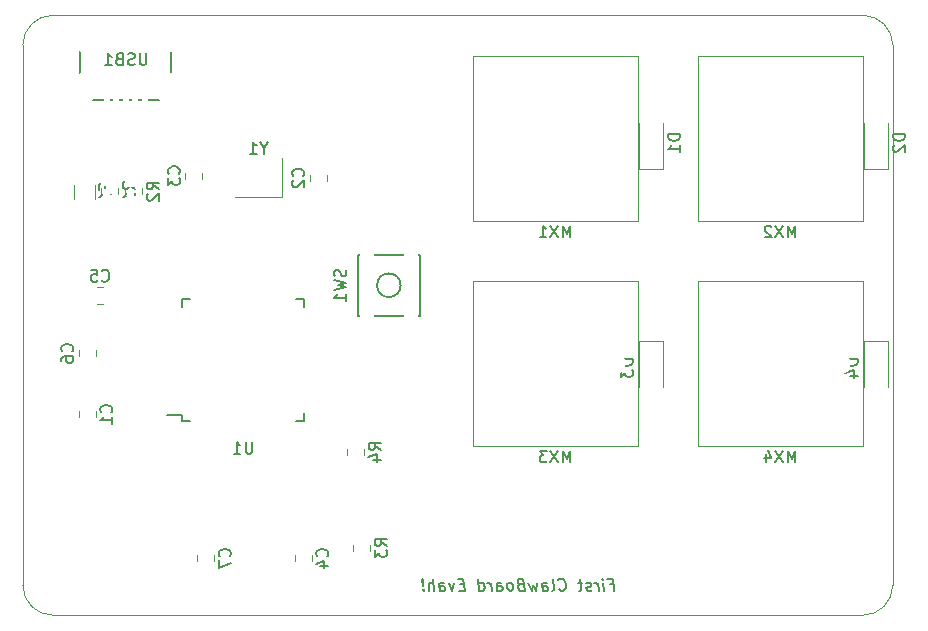
<source format=gbo>
G04 #@! TF.GenerationSoftware,KiCad,Pcbnew,(5.1.5)-3*
G04 #@! TF.CreationDate,2020-04-03T11:19:55-04:00*
G04 #@! TF.ProjectId,Claw10 PCB,436c6177-3130-4205-9043-422e6b696361,rev?*
G04 #@! TF.SameCoordinates,Original*
G04 #@! TF.FileFunction,Legend,Bot*
G04 #@! TF.FilePolarity,Positive*
%FSLAX46Y46*%
G04 Gerber Fmt 4.6, Leading zero omitted, Abs format (unit mm)*
G04 Created by KiCad (PCBNEW (5.1.5)-3) date 2020-04-03 11:19:55*
%MOMM*%
%LPD*%
G04 APERTURE LIST*
%ADD10C,0.150000*%
%ADD11C,0.120000*%
%ADD12O,1.802000X2.802000*%
%ADD13R,0.602000X2.352000*%
%ADD14R,0.652000X1.602000*%
%ADD15R,1.602000X0.652000*%
%ADD16R,1.502000X1.302000*%
%ADD17R,1.202000X1.902000*%
%ADD18C,0.100000*%
%ADD19C,1.802000*%
%ADD20C,4.102000*%
%ADD21C,2.302000*%
%ADD22R,1.302000X1.002000*%
G04 APERTURE END LIST*
D10*
X87782604Y-65968571D02*
X88115937Y-65968571D01*
X88181413Y-66492380D02*
X88056413Y-65492380D01*
X87580223Y-65492380D01*
X87324270Y-66492380D02*
X87240937Y-65825714D01*
X87199270Y-65492380D02*
X87252842Y-65540000D01*
X87211175Y-65587619D01*
X87157604Y-65540000D01*
X87199270Y-65492380D01*
X87211175Y-65587619D01*
X86848080Y-66492380D02*
X86764747Y-65825714D01*
X86788556Y-66016190D02*
X86729032Y-65920952D01*
X86675461Y-65873333D01*
X86574270Y-65825714D01*
X86479032Y-65825714D01*
X86270699Y-66444761D02*
X86181413Y-66492380D01*
X85990937Y-66492380D01*
X85889747Y-66444761D01*
X85830223Y-66349523D01*
X85824270Y-66301904D01*
X85859985Y-66206666D01*
X85949270Y-66159047D01*
X86092127Y-66159047D01*
X86181413Y-66111428D01*
X86217127Y-66016190D01*
X86211175Y-65968571D01*
X86151651Y-65873333D01*
X86050461Y-65825714D01*
X85907604Y-65825714D01*
X85818318Y-65873333D01*
X85479032Y-65825714D02*
X85098080Y-65825714D01*
X85294508Y-65492380D02*
X85401651Y-66349523D01*
X85365937Y-66444761D01*
X85276651Y-66492380D01*
X85181413Y-66492380D01*
X83502842Y-66397142D02*
X83556413Y-66444761D01*
X83705223Y-66492380D01*
X83800461Y-66492380D01*
X83937366Y-66444761D01*
X84020699Y-66349523D01*
X84056413Y-66254285D01*
X84080223Y-66063809D01*
X84062366Y-65920952D01*
X83990937Y-65730476D01*
X83931413Y-65635238D01*
X83824270Y-65540000D01*
X83675461Y-65492380D01*
X83580223Y-65492380D01*
X83443318Y-65540000D01*
X83401651Y-65587619D01*
X82943318Y-66492380D02*
X83032604Y-66444761D01*
X83068318Y-66349523D01*
X82961175Y-65492380D01*
X82133794Y-66492380D02*
X82068318Y-65968571D01*
X82104032Y-65873333D01*
X82193318Y-65825714D01*
X82383794Y-65825714D01*
X82484985Y-65873333D01*
X82127842Y-66444761D02*
X82229032Y-66492380D01*
X82467127Y-66492380D01*
X82556413Y-66444761D01*
X82592127Y-66349523D01*
X82580223Y-66254285D01*
X82520699Y-66159047D01*
X82419508Y-66111428D01*
X82181413Y-66111428D01*
X82080223Y-66063809D01*
X81669508Y-65825714D02*
X81562366Y-66492380D01*
X81312366Y-66016190D01*
X81181413Y-66492380D01*
X80907604Y-65825714D01*
X80211175Y-65968571D02*
X80074270Y-66016190D01*
X80032604Y-66063809D01*
X79996889Y-66159047D01*
X80014747Y-66301904D01*
X80074270Y-66397142D01*
X80127842Y-66444761D01*
X80229032Y-66492380D01*
X80609985Y-66492380D01*
X80484985Y-65492380D01*
X80151651Y-65492380D01*
X80062366Y-65540000D01*
X80020699Y-65587619D01*
X79984985Y-65682857D01*
X79996889Y-65778095D01*
X80056413Y-65873333D01*
X80109985Y-65920952D01*
X80211175Y-65968571D01*
X80544508Y-65968571D01*
X79467127Y-66492380D02*
X79556413Y-66444761D01*
X79598080Y-66397142D01*
X79633794Y-66301904D01*
X79598080Y-66016190D01*
X79538556Y-65920952D01*
X79484985Y-65873333D01*
X79383794Y-65825714D01*
X79240937Y-65825714D01*
X79151651Y-65873333D01*
X79109985Y-65920952D01*
X79074270Y-66016190D01*
X79109985Y-66301904D01*
X79169508Y-66397142D01*
X79223080Y-66444761D01*
X79324270Y-66492380D01*
X79467127Y-66492380D01*
X78276651Y-66492380D02*
X78211175Y-65968571D01*
X78246889Y-65873333D01*
X78336175Y-65825714D01*
X78526651Y-65825714D01*
X78627842Y-65873333D01*
X78270699Y-66444761D02*
X78371889Y-66492380D01*
X78609985Y-66492380D01*
X78699270Y-66444761D01*
X78734985Y-66349523D01*
X78723080Y-66254285D01*
X78663556Y-66159047D01*
X78562366Y-66111428D01*
X78324270Y-66111428D01*
X78223080Y-66063809D01*
X77800461Y-66492380D02*
X77717127Y-65825714D01*
X77740937Y-66016190D02*
X77681413Y-65920952D01*
X77627842Y-65873333D01*
X77526651Y-65825714D01*
X77431413Y-65825714D01*
X76752842Y-66492380D02*
X76627842Y-65492380D01*
X76746889Y-66444761D02*
X76848080Y-66492380D01*
X77038556Y-66492380D01*
X77127842Y-66444761D01*
X77169508Y-66397142D01*
X77205223Y-66301904D01*
X77169508Y-66016190D01*
X77109985Y-65920952D01*
X77056413Y-65873333D01*
X76955223Y-65825714D01*
X76764747Y-65825714D01*
X76675461Y-65873333D01*
X75449270Y-65968571D02*
X75115937Y-65968571D01*
X75038556Y-66492380D02*
X75514747Y-66492380D01*
X75389747Y-65492380D01*
X74913556Y-65492380D01*
X74621889Y-65825714D02*
X74467127Y-66492380D01*
X74145699Y-65825714D01*
X73419508Y-66492380D02*
X73354032Y-65968571D01*
X73389747Y-65873333D01*
X73479032Y-65825714D01*
X73669508Y-65825714D01*
X73770699Y-65873333D01*
X73413556Y-66444761D02*
X73514747Y-66492380D01*
X73752842Y-66492380D01*
X73842127Y-66444761D01*
X73877842Y-66349523D01*
X73865937Y-66254285D01*
X73806413Y-66159047D01*
X73705223Y-66111428D01*
X73467127Y-66111428D01*
X73365937Y-66063809D01*
X72943318Y-66492380D02*
X72818318Y-65492380D01*
X72514747Y-66492380D02*
X72449270Y-65968571D01*
X72484985Y-65873333D01*
X72574270Y-65825714D01*
X72717127Y-65825714D01*
X72818318Y-65873333D01*
X72871889Y-65920952D01*
X72026651Y-66397142D02*
X71984985Y-66444761D01*
X72038556Y-66492380D01*
X72080223Y-66444761D01*
X72026651Y-66397142D01*
X72038556Y-66492380D01*
X71990937Y-66111428D02*
X71967127Y-65540000D01*
X71913556Y-65492380D01*
X71871889Y-65540000D01*
X71990937Y-66111428D01*
X71913556Y-65492380D01*
D11*
X109220000Y-17780000D02*
G75*
G02X111760000Y-20320000I0J-2540000D01*
G01*
X111760000Y-66040000D02*
G75*
G02X109220000Y-68580000I-2540000J0D01*
G01*
X111760000Y-20320000D02*
X111760000Y-66040000D01*
X40640000Y-17780000D02*
X109220000Y-17780000D01*
X38100000Y-20320000D02*
G75*
G02X40640000Y-17780000I2540000J0D01*
G01*
X40640000Y-68580000D02*
X109220000Y-68580000D01*
X40640000Y-68580000D02*
G75*
G02X38100000Y-66040000I0J2540000D01*
G01*
X38100000Y-20320000D02*
X38100000Y-66040000D01*
D10*
X42975000Y-19503000D02*
X42975000Y-24953000D01*
X50675000Y-19503000D02*
X50675000Y-24953000D01*
X42975000Y-24953000D02*
X50675000Y-24953000D01*
X51594000Y-51590000D02*
X50319000Y-51590000D01*
X61944000Y-52165000D02*
X61269000Y-52165000D01*
X61944000Y-41815000D02*
X61269000Y-41815000D01*
X51594000Y-41815000D02*
X52269000Y-41815000D01*
X51594000Y-52165000D02*
X52269000Y-52165000D01*
X51594000Y-41815000D02*
X51594000Y-42490000D01*
X61944000Y-41815000D02*
X61944000Y-42490000D01*
X61944000Y-52165000D02*
X61944000Y-51490000D01*
X51594000Y-52165000D02*
X51594000Y-51590000D01*
D11*
X60039000Y-33146000D02*
X56039000Y-33146000D01*
X60039000Y-29846000D02*
X60039000Y-33146000D01*
D10*
X71688000Y-43240000D02*
X71688000Y-38040000D01*
X71688000Y-38040000D02*
X66488000Y-38040000D01*
X66488000Y-38040000D02*
X66488000Y-43240000D01*
X66488000Y-43240000D02*
X71688000Y-43240000D01*
X70088000Y-40640000D02*
G75*
G03X70088000Y-40640000I-1000000J0D01*
G01*
D11*
X65584000Y-54995578D02*
X65584000Y-54478422D01*
X67004000Y-54995578D02*
X67004000Y-54478422D01*
X66092000Y-63123578D02*
X66092000Y-62606422D01*
X67512000Y-63123578D02*
X67512000Y-62606422D01*
X46788000Y-32946078D02*
X46788000Y-32428922D01*
X48208000Y-32946078D02*
X48208000Y-32428922D01*
X44756000Y-32897578D02*
X44756000Y-32380422D01*
X46176000Y-32897578D02*
X46176000Y-32380422D01*
X95250000Y-40322500D02*
X95250000Y-54292500D01*
X109220000Y-40322500D02*
X95250000Y-40322500D01*
X109220000Y-54292500D02*
X109220000Y-40322500D01*
X95250000Y-54292500D02*
X109220000Y-54292500D01*
X76200000Y-40322500D02*
X76200000Y-54292500D01*
X90170000Y-40322500D02*
X76200000Y-40322500D01*
X90170000Y-54292500D02*
X90170000Y-40322500D01*
X76200000Y-54292500D02*
X90170000Y-54292500D01*
X95250000Y-21272500D02*
X95250000Y-35242500D01*
X109220000Y-21272500D02*
X95250000Y-21272500D01*
X109220000Y-35242500D02*
X109220000Y-21272500D01*
X95250000Y-35242500D02*
X109220000Y-35242500D01*
X76200000Y-21272500D02*
X76200000Y-35242500D01*
X90170000Y-21272500D02*
X76200000Y-21272500D01*
X90170000Y-35242500D02*
X90170000Y-21272500D01*
X76200000Y-35242500D02*
X90170000Y-35242500D01*
X42397000Y-33365064D02*
X42397000Y-32160936D01*
X44217000Y-33365064D02*
X44217000Y-32160936D01*
X109331250Y-45375000D02*
X109331250Y-49275000D01*
X111331250Y-45375000D02*
X111331250Y-49275000D01*
X109331250Y-45375000D02*
X111331250Y-45375000D01*
X90281250Y-45375000D02*
X90281250Y-49275000D01*
X92281250Y-45375000D02*
X92281250Y-49275000D01*
X90281250Y-45375000D02*
X92281250Y-45375000D01*
X111331250Y-30825000D02*
X111331250Y-26925000D01*
X109331250Y-30825000D02*
X109331250Y-26925000D01*
X111331250Y-30825000D02*
X109331250Y-30825000D01*
X92281250Y-30825000D02*
X92281250Y-26925000D01*
X90281250Y-30825000D02*
X90281250Y-26925000D01*
X92281250Y-30825000D02*
X90281250Y-30825000D01*
X52884000Y-64012578D02*
X52884000Y-63495422D01*
X54304000Y-64012578D02*
X54304000Y-63495422D01*
X44271000Y-46144922D02*
X44271000Y-46662078D01*
X42851000Y-46144922D02*
X42851000Y-46662078D01*
X44884078Y-42239000D02*
X44366922Y-42239000D01*
X44884078Y-40819000D02*
X44366922Y-40819000D01*
X61139000Y-64012578D02*
X61139000Y-63495422D01*
X62559000Y-64012578D02*
X62559000Y-63495422D01*
X53288000Y-31110422D02*
X53288000Y-31627578D01*
X51868000Y-31110422D02*
X51868000Y-31627578D01*
X63829000Y-31285922D02*
X63829000Y-31803078D01*
X62409000Y-31285922D02*
X62409000Y-31803078D01*
X42851000Y-51820578D02*
X42851000Y-51303422D01*
X44271000Y-51820578D02*
X44271000Y-51303422D01*
D10*
X48563095Y-20987380D02*
X48563095Y-21796904D01*
X48515476Y-21892142D01*
X48467857Y-21939761D01*
X48372619Y-21987380D01*
X48182142Y-21987380D01*
X48086904Y-21939761D01*
X48039285Y-21892142D01*
X47991666Y-21796904D01*
X47991666Y-20987380D01*
X47563095Y-21939761D02*
X47420238Y-21987380D01*
X47182142Y-21987380D01*
X47086904Y-21939761D01*
X47039285Y-21892142D01*
X46991666Y-21796904D01*
X46991666Y-21701666D01*
X47039285Y-21606428D01*
X47086904Y-21558809D01*
X47182142Y-21511190D01*
X47372619Y-21463571D01*
X47467857Y-21415952D01*
X47515476Y-21368333D01*
X47563095Y-21273095D01*
X47563095Y-21177857D01*
X47515476Y-21082619D01*
X47467857Y-21035000D01*
X47372619Y-20987380D01*
X47134523Y-20987380D01*
X46991666Y-21035000D01*
X46229761Y-21463571D02*
X46086904Y-21511190D01*
X46039285Y-21558809D01*
X45991666Y-21654047D01*
X45991666Y-21796904D01*
X46039285Y-21892142D01*
X46086904Y-21939761D01*
X46182142Y-21987380D01*
X46563095Y-21987380D01*
X46563095Y-20987380D01*
X46229761Y-20987380D01*
X46134523Y-21035000D01*
X46086904Y-21082619D01*
X46039285Y-21177857D01*
X46039285Y-21273095D01*
X46086904Y-21368333D01*
X46134523Y-21415952D01*
X46229761Y-21463571D01*
X46563095Y-21463571D01*
X45039285Y-21987380D02*
X45610714Y-21987380D01*
X45325000Y-21987380D02*
X45325000Y-20987380D01*
X45420238Y-21130238D01*
X45515476Y-21225476D01*
X45610714Y-21273095D01*
X57530904Y-53892380D02*
X57530904Y-54701904D01*
X57483285Y-54797142D01*
X57435666Y-54844761D01*
X57340428Y-54892380D01*
X57149952Y-54892380D01*
X57054714Y-54844761D01*
X57007095Y-54797142D01*
X56959476Y-54701904D01*
X56959476Y-53892380D01*
X55959476Y-54892380D02*
X56530904Y-54892380D01*
X56245190Y-54892380D02*
X56245190Y-53892380D01*
X56340428Y-54035238D01*
X56435666Y-54130476D01*
X56530904Y-54178095D01*
X58515190Y-29022190D02*
X58515190Y-29498380D01*
X58848523Y-28498380D02*
X58515190Y-29022190D01*
X58181857Y-28498380D01*
X57324714Y-29498380D02*
X57896142Y-29498380D01*
X57610428Y-29498380D02*
X57610428Y-28498380D01*
X57705666Y-28641238D01*
X57800904Y-28736476D01*
X57896142Y-28784095D01*
X65428761Y-39306666D02*
X65476380Y-39449523D01*
X65476380Y-39687619D01*
X65428761Y-39782857D01*
X65381142Y-39830476D01*
X65285904Y-39878095D01*
X65190666Y-39878095D01*
X65095428Y-39830476D01*
X65047809Y-39782857D01*
X65000190Y-39687619D01*
X64952571Y-39497142D01*
X64904952Y-39401904D01*
X64857333Y-39354285D01*
X64762095Y-39306666D01*
X64666857Y-39306666D01*
X64571619Y-39354285D01*
X64524000Y-39401904D01*
X64476380Y-39497142D01*
X64476380Y-39735238D01*
X64524000Y-39878095D01*
X64476380Y-40211428D02*
X65476380Y-40449523D01*
X64762095Y-40640000D01*
X65476380Y-40830476D01*
X64476380Y-41068571D01*
X65476380Y-41973333D02*
X65476380Y-41401904D01*
X65476380Y-41687619D02*
X64476380Y-41687619D01*
X64619238Y-41592380D01*
X64714476Y-41497142D01*
X64762095Y-41401904D01*
X68396380Y-54570333D02*
X67920190Y-54237000D01*
X68396380Y-53998904D02*
X67396380Y-53998904D01*
X67396380Y-54379857D01*
X67444000Y-54475095D01*
X67491619Y-54522714D01*
X67586857Y-54570333D01*
X67729714Y-54570333D01*
X67824952Y-54522714D01*
X67872571Y-54475095D01*
X67920190Y-54379857D01*
X67920190Y-53998904D01*
X67729714Y-55427476D02*
X68396380Y-55427476D01*
X67348761Y-55189380D02*
X68063047Y-54951285D01*
X68063047Y-55570333D01*
X68904380Y-62698333D02*
X68428190Y-62365000D01*
X68904380Y-62126904D02*
X67904380Y-62126904D01*
X67904380Y-62507857D01*
X67952000Y-62603095D01*
X67999619Y-62650714D01*
X68094857Y-62698333D01*
X68237714Y-62698333D01*
X68332952Y-62650714D01*
X68380571Y-62603095D01*
X68428190Y-62507857D01*
X68428190Y-62126904D01*
X67904380Y-63031666D02*
X67904380Y-63650714D01*
X68285333Y-63317380D01*
X68285333Y-63460238D01*
X68332952Y-63555476D01*
X68380571Y-63603095D01*
X68475809Y-63650714D01*
X68713904Y-63650714D01*
X68809142Y-63603095D01*
X68856761Y-63555476D01*
X68904380Y-63460238D01*
X68904380Y-63174523D01*
X68856761Y-63079285D01*
X68809142Y-63031666D01*
X49600380Y-32520833D02*
X49124190Y-32187500D01*
X49600380Y-31949404D02*
X48600380Y-31949404D01*
X48600380Y-32330357D01*
X48648000Y-32425595D01*
X48695619Y-32473214D01*
X48790857Y-32520833D01*
X48933714Y-32520833D01*
X49028952Y-32473214D01*
X49076571Y-32425595D01*
X49124190Y-32330357D01*
X49124190Y-31949404D01*
X48695619Y-32901785D02*
X48648000Y-32949404D01*
X48600380Y-33044642D01*
X48600380Y-33282738D01*
X48648000Y-33377976D01*
X48695619Y-33425595D01*
X48790857Y-33473214D01*
X48886095Y-33473214D01*
X49028952Y-33425595D01*
X49600380Y-32854166D01*
X49600380Y-33473214D01*
X47568380Y-32472333D02*
X47092190Y-32139000D01*
X47568380Y-31900904D02*
X46568380Y-31900904D01*
X46568380Y-32281857D01*
X46616000Y-32377095D01*
X46663619Y-32424714D01*
X46758857Y-32472333D01*
X46901714Y-32472333D01*
X46996952Y-32424714D01*
X47044571Y-32377095D01*
X47092190Y-32281857D01*
X47092190Y-31900904D01*
X47568380Y-33424714D02*
X47568380Y-32853285D01*
X47568380Y-33139000D02*
X46568380Y-33139000D01*
X46711238Y-33043761D01*
X46806476Y-32948523D01*
X46854095Y-32853285D01*
X103520714Y-55633880D02*
X103520714Y-54633880D01*
X103187380Y-55348166D01*
X102854047Y-54633880D01*
X102854047Y-55633880D01*
X102473095Y-54633880D02*
X101806428Y-55633880D01*
X101806428Y-54633880D02*
X102473095Y-55633880D01*
X100996904Y-54967214D02*
X100996904Y-55633880D01*
X101235000Y-54586261D02*
X101473095Y-55300547D01*
X100854047Y-55300547D01*
X84470714Y-55633880D02*
X84470714Y-54633880D01*
X84137380Y-55348166D01*
X83804047Y-54633880D01*
X83804047Y-55633880D01*
X83423095Y-54633880D02*
X82756428Y-55633880D01*
X82756428Y-54633880D02*
X83423095Y-55633880D01*
X82470714Y-54633880D02*
X81851666Y-54633880D01*
X82185000Y-55014833D01*
X82042142Y-55014833D01*
X81946904Y-55062452D01*
X81899285Y-55110071D01*
X81851666Y-55205309D01*
X81851666Y-55443404D01*
X81899285Y-55538642D01*
X81946904Y-55586261D01*
X82042142Y-55633880D01*
X82327857Y-55633880D01*
X82423095Y-55586261D01*
X82470714Y-55538642D01*
X103520714Y-36583880D02*
X103520714Y-35583880D01*
X103187380Y-36298166D01*
X102854047Y-35583880D01*
X102854047Y-36583880D01*
X102473095Y-35583880D02*
X101806428Y-36583880D01*
X101806428Y-35583880D02*
X102473095Y-36583880D01*
X101473095Y-35679119D02*
X101425476Y-35631500D01*
X101330238Y-35583880D01*
X101092142Y-35583880D01*
X100996904Y-35631500D01*
X100949285Y-35679119D01*
X100901666Y-35774357D01*
X100901666Y-35869595D01*
X100949285Y-36012452D01*
X101520714Y-36583880D01*
X100901666Y-36583880D01*
X84470714Y-36583880D02*
X84470714Y-35583880D01*
X84137380Y-36298166D01*
X83804047Y-35583880D01*
X83804047Y-36583880D01*
X83423095Y-35583880D02*
X82756428Y-36583880D01*
X82756428Y-35583880D02*
X83423095Y-36583880D01*
X81851666Y-36583880D02*
X82423095Y-36583880D01*
X82137380Y-36583880D02*
X82137380Y-35583880D01*
X82232619Y-35726738D01*
X82327857Y-35821976D01*
X82423095Y-35869595D01*
X45055571Y-32429666D02*
X45055571Y-32096333D01*
X45579380Y-32096333D02*
X44579380Y-32096333D01*
X44579380Y-32572523D01*
X45579380Y-33477285D02*
X45579380Y-32905857D01*
X45579380Y-33191571D02*
X44579380Y-33191571D01*
X44722238Y-33096333D01*
X44817476Y-33001095D01*
X44865095Y-32905857D01*
X108783630Y-46886904D02*
X107783630Y-46886904D01*
X107783630Y-47125000D01*
X107831250Y-47267857D01*
X107926488Y-47363095D01*
X108021726Y-47410714D01*
X108212202Y-47458333D01*
X108355059Y-47458333D01*
X108545535Y-47410714D01*
X108640773Y-47363095D01*
X108736011Y-47267857D01*
X108783630Y-47125000D01*
X108783630Y-46886904D01*
X108116964Y-48315476D02*
X108783630Y-48315476D01*
X107736011Y-48077380D02*
X108450297Y-47839285D01*
X108450297Y-48458333D01*
X89733630Y-46886904D02*
X88733630Y-46886904D01*
X88733630Y-47125000D01*
X88781250Y-47267857D01*
X88876488Y-47363095D01*
X88971726Y-47410714D01*
X89162202Y-47458333D01*
X89305059Y-47458333D01*
X89495535Y-47410714D01*
X89590773Y-47363095D01*
X89686011Y-47267857D01*
X89733630Y-47125000D01*
X89733630Y-46886904D01*
X88733630Y-47791666D02*
X88733630Y-48410714D01*
X89114583Y-48077380D01*
X89114583Y-48220238D01*
X89162202Y-48315476D01*
X89209821Y-48363095D01*
X89305059Y-48410714D01*
X89543154Y-48410714D01*
X89638392Y-48363095D01*
X89686011Y-48315476D01*
X89733630Y-48220238D01*
X89733630Y-47934523D01*
X89686011Y-47839285D01*
X89638392Y-47791666D01*
X112783630Y-27836904D02*
X111783630Y-27836904D01*
X111783630Y-28075000D01*
X111831250Y-28217857D01*
X111926488Y-28313095D01*
X112021726Y-28360714D01*
X112212202Y-28408333D01*
X112355059Y-28408333D01*
X112545535Y-28360714D01*
X112640773Y-28313095D01*
X112736011Y-28217857D01*
X112783630Y-28075000D01*
X112783630Y-27836904D01*
X111878869Y-28789285D02*
X111831250Y-28836904D01*
X111783630Y-28932142D01*
X111783630Y-29170238D01*
X111831250Y-29265476D01*
X111878869Y-29313095D01*
X111974107Y-29360714D01*
X112069345Y-29360714D01*
X112212202Y-29313095D01*
X112783630Y-28741666D01*
X112783630Y-29360714D01*
X93733630Y-27836904D02*
X92733630Y-27836904D01*
X92733630Y-28075000D01*
X92781250Y-28217857D01*
X92876488Y-28313095D01*
X92971726Y-28360714D01*
X93162202Y-28408333D01*
X93305059Y-28408333D01*
X93495535Y-28360714D01*
X93590773Y-28313095D01*
X93686011Y-28217857D01*
X93733630Y-28075000D01*
X93733630Y-27836904D01*
X93733630Y-29360714D02*
X93733630Y-28789285D01*
X93733630Y-29075000D02*
X92733630Y-29075000D01*
X92876488Y-28979761D01*
X92971726Y-28884523D01*
X93019345Y-28789285D01*
X55601142Y-63587333D02*
X55648761Y-63539714D01*
X55696380Y-63396857D01*
X55696380Y-63301619D01*
X55648761Y-63158761D01*
X55553523Y-63063523D01*
X55458285Y-63015904D01*
X55267809Y-62968285D01*
X55124952Y-62968285D01*
X54934476Y-63015904D01*
X54839238Y-63063523D01*
X54744000Y-63158761D01*
X54696380Y-63301619D01*
X54696380Y-63396857D01*
X54744000Y-63539714D01*
X54791619Y-63587333D01*
X54696380Y-63920666D02*
X54696380Y-64587333D01*
X55696380Y-64158761D01*
X42268142Y-46236833D02*
X42315761Y-46189214D01*
X42363380Y-46046357D01*
X42363380Y-45951119D01*
X42315761Y-45808261D01*
X42220523Y-45713023D01*
X42125285Y-45665404D01*
X41934809Y-45617785D01*
X41791952Y-45617785D01*
X41601476Y-45665404D01*
X41506238Y-45713023D01*
X41411000Y-45808261D01*
X41363380Y-45951119D01*
X41363380Y-46046357D01*
X41411000Y-46189214D01*
X41458619Y-46236833D01*
X41363380Y-47093976D02*
X41363380Y-46903500D01*
X41411000Y-46808261D01*
X41458619Y-46760642D01*
X41601476Y-46665404D01*
X41791952Y-46617785D01*
X42172904Y-46617785D01*
X42268142Y-46665404D01*
X42315761Y-46713023D01*
X42363380Y-46808261D01*
X42363380Y-46998738D01*
X42315761Y-47093976D01*
X42268142Y-47141595D01*
X42172904Y-47189214D01*
X41934809Y-47189214D01*
X41839571Y-47141595D01*
X41791952Y-47093976D01*
X41744333Y-46998738D01*
X41744333Y-46808261D01*
X41791952Y-46713023D01*
X41839571Y-46665404D01*
X41934809Y-46617785D01*
X44792166Y-40236142D02*
X44839785Y-40283761D01*
X44982642Y-40331380D01*
X45077880Y-40331380D01*
X45220738Y-40283761D01*
X45315976Y-40188523D01*
X45363595Y-40093285D01*
X45411214Y-39902809D01*
X45411214Y-39759952D01*
X45363595Y-39569476D01*
X45315976Y-39474238D01*
X45220738Y-39379000D01*
X45077880Y-39331380D01*
X44982642Y-39331380D01*
X44839785Y-39379000D01*
X44792166Y-39426619D01*
X43887404Y-39331380D02*
X44363595Y-39331380D01*
X44411214Y-39807571D01*
X44363595Y-39759952D01*
X44268357Y-39712333D01*
X44030261Y-39712333D01*
X43935023Y-39759952D01*
X43887404Y-39807571D01*
X43839785Y-39902809D01*
X43839785Y-40140904D01*
X43887404Y-40236142D01*
X43935023Y-40283761D01*
X44030261Y-40331380D01*
X44268357Y-40331380D01*
X44363595Y-40283761D01*
X44411214Y-40236142D01*
X63856142Y-63587333D02*
X63903761Y-63539714D01*
X63951380Y-63396857D01*
X63951380Y-63301619D01*
X63903761Y-63158761D01*
X63808523Y-63063523D01*
X63713285Y-63015904D01*
X63522809Y-62968285D01*
X63379952Y-62968285D01*
X63189476Y-63015904D01*
X63094238Y-63063523D01*
X62999000Y-63158761D01*
X62951380Y-63301619D01*
X62951380Y-63396857D01*
X62999000Y-63539714D01*
X63046619Y-63587333D01*
X63284714Y-64444476D02*
X63951380Y-64444476D01*
X62903761Y-64206380D02*
X63618047Y-63968285D01*
X63618047Y-64587333D01*
X51285142Y-31202333D02*
X51332761Y-31154714D01*
X51380380Y-31011857D01*
X51380380Y-30916619D01*
X51332761Y-30773761D01*
X51237523Y-30678523D01*
X51142285Y-30630904D01*
X50951809Y-30583285D01*
X50808952Y-30583285D01*
X50618476Y-30630904D01*
X50523238Y-30678523D01*
X50428000Y-30773761D01*
X50380380Y-30916619D01*
X50380380Y-31011857D01*
X50428000Y-31154714D01*
X50475619Y-31202333D01*
X50380380Y-31535666D02*
X50380380Y-32154714D01*
X50761333Y-31821380D01*
X50761333Y-31964238D01*
X50808952Y-32059476D01*
X50856571Y-32107095D01*
X50951809Y-32154714D01*
X51189904Y-32154714D01*
X51285142Y-32107095D01*
X51332761Y-32059476D01*
X51380380Y-31964238D01*
X51380380Y-31678523D01*
X51332761Y-31583285D01*
X51285142Y-31535666D01*
X61826142Y-31377833D02*
X61873761Y-31330214D01*
X61921380Y-31187357D01*
X61921380Y-31092119D01*
X61873761Y-30949261D01*
X61778523Y-30854023D01*
X61683285Y-30806404D01*
X61492809Y-30758785D01*
X61349952Y-30758785D01*
X61159476Y-30806404D01*
X61064238Y-30854023D01*
X60969000Y-30949261D01*
X60921380Y-31092119D01*
X60921380Y-31187357D01*
X60969000Y-31330214D01*
X61016619Y-31377833D01*
X61016619Y-31758785D02*
X60969000Y-31806404D01*
X60921380Y-31901642D01*
X60921380Y-32139738D01*
X60969000Y-32234976D01*
X61016619Y-32282595D01*
X61111857Y-32330214D01*
X61207095Y-32330214D01*
X61349952Y-32282595D01*
X61921380Y-31711166D01*
X61921380Y-32330214D01*
X45568142Y-51395333D02*
X45615761Y-51347714D01*
X45663380Y-51204857D01*
X45663380Y-51109619D01*
X45615761Y-50966761D01*
X45520523Y-50871523D01*
X45425285Y-50823904D01*
X45234809Y-50776285D01*
X45091952Y-50776285D01*
X44901476Y-50823904D01*
X44806238Y-50871523D01*
X44711000Y-50966761D01*
X44663380Y-51109619D01*
X44663380Y-51204857D01*
X44711000Y-51347714D01*
X44758619Y-51395333D01*
X45663380Y-52347714D02*
X45663380Y-51776285D01*
X45663380Y-52062000D02*
X44663380Y-52062000D01*
X44806238Y-51966761D01*
X44901476Y-51871523D01*
X44949095Y-51776285D01*
%LPC*%
D12*
X43175000Y-19503000D03*
X50475000Y-19503000D03*
X50475000Y-24003000D03*
X43175000Y-24003000D03*
D13*
X45225000Y-24003000D03*
X46025000Y-24003000D03*
X46825000Y-24003000D03*
X47625000Y-24003000D03*
X48425000Y-24003000D03*
D14*
X52769000Y-52690000D03*
X53569000Y-52690000D03*
X54369000Y-52690000D03*
X55169000Y-52690000D03*
X55969000Y-52690000D03*
X56769000Y-52690000D03*
X57569000Y-52690000D03*
X58369000Y-52690000D03*
X59169000Y-52690000D03*
X59969000Y-52690000D03*
X60769000Y-52690000D03*
D15*
X62469000Y-50990000D03*
X62469000Y-50190000D03*
X62469000Y-49390000D03*
X62469000Y-48590000D03*
X62469000Y-47790000D03*
X62469000Y-46990000D03*
X62469000Y-46190000D03*
X62469000Y-45390000D03*
X62469000Y-44590000D03*
X62469000Y-43790000D03*
X62469000Y-42990000D03*
D14*
X60769000Y-41290000D03*
X59969000Y-41290000D03*
X59169000Y-41290000D03*
X58369000Y-41290000D03*
X57569000Y-41290000D03*
X56769000Y-41290000D03*
X55969000Y-41290000D03*
X55169000Y-41290000D03*
X54369000Y-41290000D03*
X53569000Y-41290000D03*
X52769000Y-41290000D03*
D15*
X51069000Y-42990000D03*
X51069000Y-43790000D03*
X51069000Y-44590000D03*
X51069000Y-45390000D03*
X51069000Y-46190000D03*
X51069000Y-46990000D03*
X51069000Y-47790000D03*
X51069000Y-48590000D03*
X51069000Y-49390000D03*
X51069000Y-50190000D03*
X51069000Y-50990000D03*
D16*
X59139000Y-30646000D03*
X56939000Y-30646000D03*
X56939000Y-32346000D03*
X59139000Y-32346000D03*
D17*
X67238000Y-43740000D03*
X70938000Y-37540000D03*
X70938000Y-43740000D03*
X67238000Y-37540000D03*
D18*
G36*
X66802141Y-53262297D02*
G01*
X66828278Y-53266174D01*
X66853909Y-53272594D01*
X66878788Y-53281495D01*
X66902674Y-53292793D01*
X66925337Y-53306377D01*
X66946560Y-53322117D01*
X66966139Y-53339861D01*
X66983883Y-53359440D01*
X66999623Y-53380663D01*
X67013207Y-53403326D01*
X67024505Y-53427212D01*
X67033406Y-53452091D01*
X67039826Y-53477722D01*
X67043703Y-53503859D01*
X67045000Y-53530250D01*
X67045000Y-54068750D01*
X67043703Y-54095141D01*
X67039826Y-54121278D01*
X67033406Y-54146909D01*
X67024505Y-54171788D01*
X67013207Y-54195674D01*
X66999623Y-54218337D01*
X66983883Y-54239560D01*
X66966139Y-54259139D01*
X66946560Y-54276883D01*
X66925337Y-54292623D01*
X66902674Y-54306207D01*
X66878788Y-54317505D01*
X66853909Y-54326406D01*
X66828278Y-54332826D01*
X66802141Y-54336703D01*
X66775750Y-54338000D01*
X65812250Y-54338000D01*
X65785859Y-54336703D01*
X65759722Y-54332826D01*
X65734091Y-54326406D01*
X65709212Y-54317505D01*
X65685326Y-54306207D01*
X65662663Y-54292623D01*
X65641440Y-54276883D01*
X65621861Y-54259139D01*
X65604117Y-54239560D01*
X65588377Y-54218337D01*
X65574793Y-54195674D01*
X65563495Y-54171788D01*
X65554594Y-54146909D01*
X65548174Y-54121278D01*
X65544297Y-54095141D01*
X65543000Y-54068750D01*
X65543000Y-53530250D01*
X65544297Y-53503859D01*
X65548174Y-53477722D01*
X65554594Y-53452091D01*
X65563495Y-53427212D01*
X65574793Y-53403326D01*
X65588377Y-53380663D01*
X65604117Y-53359440D01*
X65621861Y-53339861D01*
X65641440Y-53322117D01*
X65662663Y-53306377D01*
X65685326Y-53292793D01*
X65709212Y-53281495D01*
X65734091Y-53272594D01*
X65759722Y-53266174D01*
X65785859Y-53262297D01*
X65812250Y-53261000D01*
X66775750Y-53261000D01*
X66802141Y-53262297D01*
G37*
G36*
X66802141Y-55137297D02*
G01*
X66828278Y-55141174D01*
X66853909Y-55147594D01*
X66878788Y-55156495D01*
X66902674Y-55167793D01*
X66925337Y-55181377D01*
X66946560Y-55197117D01*
X66966139Y-55214861D01*
X66983883Y-55234440D01*
X66999623Y-55255663D01*
X67013207Y-55278326D01*
X67024505Y-55302212D01*
X67033406Y-55327091D01*
X67039826Y-55352722D01*
X67043703Y-55378859D01*
X67045000Y-55405250D01*
X67045000Y-55943750D01*
X67043703Y-55970141D01*
X67039826Y-55996278D01*
X67033406Y-56021909D01*
X67024505Y-56046788D01*
X67013207Y-56070674D01*
X66999623Y-56093337D01*
X66983883Y-56114560D01*
X66966139Y-56134139D01*
X66946560Y-56151883D01*
X66925337Y-56167623D01*
X66902674Y-56181207D01*
X66878788Y-56192505D01*
X66853909Y-56201406D01*
X66828278Y-56207826D01*
X66802141Y-56211703D01*
X66775750Y-56213000D01*
X65812250Y-56213000D01*
X65785859Y-56211703D01*
X65759722Y-56207826D01*
X65734091Y-56201406D01*
X65709212Y-56192505D01*
X65685326Y-56181207D01*
X65662663Y-56167623D01*
X65641440Y-56151883D01*
X65621861Y-56134139D01*
X65604117Y-56114560D01*
X65588377Y-56093337D01*
X65574793Y-56070674D01*
X65563495Y-56046788D01*
X65554594Y-56021909D01*
X65548174Y-55996278D01*
X65544297Y-55970141D01*
X65543000Y-55943750D01*
X65543000Y-55405250D01*
X65544297Y-55378859D01*
X65548174Y-55352722D01*
X65554594Y-55327091D01*
X65563495Y-55302212D01*
X65574793Y-55278326D01*
X65588377Y-55255663D01*
X65604117Y-55234440D01*
X65621861Y-55214861D01*
X65641440Y-55197117D01*
X65662663Y-55181377D01*
X65685326Y-55167793D01*
X65709212Y-55156495D01*
X65734091Y-55147594D01*
X65759722Y-55141174D01*
X65785859Y-55137297D01*
X65812250Y-55136000D01*
X66775750Y-55136000D01*
X66802141Y-55137297D01*
G37*
G36*
X67310141Y-61390297D02*
G01*
X67336278Y-61394174D01*
X67361909Y-61400594D01*
X67386788Y-61409495D01*
X67410674Y-61420793D01*
X67433337Y-61434377D01*
X67454560Y-61450117D01*
X67474139Y-61467861D01*
X67491883Y-61487440D01*
X67507623Y-61508663D01*
X67521207Y-61531326D01*
X67532505Y-61555212D01*
X67541406Y-61580091D01*
X67547826Y-61605722D01*
X67551703Y-61631859D01*
X67553000Y-61658250D01*
X67553000Y-62196750D01*
X67551703Y-62223141D01*
X67547826Y-62249278D01*
X67541406Y-62274909D01*
X67532505Y-62299788D01*
X67521207Y-62323674D01*
X67507623Y-62346337D01*
X67491883Y-62367560D01*
X67474139Y-62387139D01*
X67454560Y-62404883D01*
X67433337Y-62420623D01*
X67410674Y-62434207D01*
X67386788Y-62445505D01*
X67361909Y-62454406D01*
X67336278Y-62460826D01*
X67310141Y-62464703D01*
X67283750Y-62466000D01*
X66320250Y-62466000D01*
X66293859Y-62464703D01*
X66267722Y-62460826D01*
X66242091Y-62454406D01*
X66217212Y-62445505D01*
X66193326Y-62434207D01*
X66170663Y-62420623D01*
X66149440Y-62404883D01*
X66129861Y-62387139D01*
X66112117Y-62367560D01*
X66096377Y-62346337D01*
X66082793Y-62323674D01*
X66071495Y-62299788D01*
X66062594Y-62274909D01*
X66056174Y-62249278D01*
X66052297Y-62223141D01*
X66051000Y-62196750D01*
X66051000Y-61658250D01*
X66052297Y-61631859D01*
X66056174Y-61605722D01*
X66062594Y-61580091D01*
X66071495Y-61555212D01*
X66082793Y-61531326D01*
X66096377Y-61508663D01*
X66112117Y-61487440D01*
X66129861Y-61467861D01*
X66149440Y-61450117D01*
X66170663Y-61434377D01*
X66193326Y-61420793D01*
X66217212Y-61409495D01*
X66242091Y-61400594D01*
X66267722Y-61394174D01*
X66293859Y-61390297D01*
X66320250Y-61389000D01*
X67283750Y-61389000D01*
X67310141Y-61390297D01*
G37*
G36*
X67310141Y-63265297D02*
G01*
X67336278Y-63269174D01*
X67361909Y-63275594D01*
X67386788Y-63284495D01*
X67410674Y-63295793D01*
X67433337Y-63309377D01*
X67454560Y-63325117D01*
X67474139Y-63342861D01*
X67491883Y-63362440D01*
X67507623Y-63383663D01*
X67521207Y-63406326D01*
X67532505Y-63430212D01*
X67541406Y-63455091D01*
X67547826Y-63480722D01*
X67551703Y-63506859D01*
X67553000Y-63533250D01*
X67553000Y-64071750D01*
X67551703Y-64098141D01*
X67547826Y-64124278D01*
X67541406Y-64149909D01*
X67532505Y-64174788D01*
X67521207Y-64198674D01*
X67507623Y-64221337D01*
X67491883Y-64242560D01*
X67474139Y-64262139D01*
X67454560Y-64279883D01*
X67433337Y-64295623D01*
X67410674Y-64309207D01*
X67386788Y-64320505D01*
X67361909Y-64329406D01*
X67336278Y-64335826D01*
X67310141Y-64339703D01*
X67283750Y-64341000D01*
X66320250Y-64341000D01*
X66293859Y-64339703D01*
X66267722Y-64335826D01*
X66242091Y-64329406D01*
X66217212Y-64320505D01*
X66193326Y-64309207D01*
X66170663Y-64295623D01*
X66149440Y-64279883D01*
X66129861Y-64262139D01*
X66112117Y-64242560D01*
X66096377Y-64221337D01*
X66082793Y-64198674D01*
X66071495Y-64174788D01*
X66062594Y-64149909D01*
X66056174Y-64124278D01*
X66052297Y-64098141D01*
X66051000Y-64071750D01*
X66051000Y-63533250D01*
X66052297Y-63506859D01*
X66056174Y-63480722D01*
X66062594Y-63455091D01*
X66071495Y-63430212D01*
X66082793Y-63406326D01*
X66096377Y-63383663D01*
X66112117Y-63362440D01*
X66129861Y-63342861D01*
X66149440Y-63325117D01*
X66170663Y-63309377D01*
X66193326Y-63295793D01*
X66217212Y-63284495D01*
X66242091Y-63275594D01*
X66267722Y-63269174D01*
X66293859Y-63265297D01*
X66320250Y-63264000D01*
X67283750Y-63264000D01*
X67310141Y-63265297D01*
G37*
G36*
X48006141Y-31212797D02*
G01*
X48032278Y-31216674D01*
X48057909Y-31223094D01*
X48082788Y-31231995D01*
X48106674Y-31243293D01*
X48129337Y-31256877D01*
X48150560Y-31272617D01*
X48170139Y-31290361D01*
X48187883Y-31309940D01*
X48203623Y-31331163D01*
X48217207Y-31353826D01*
X48228505Y-31377712D01*
X48237406Y-31402591D01*
X48243826Y-31428222D01*
X48247703Y-31454359D01*
X48249000Y-31480750D01*
X48249000Y-32019250D01*
X48247703Y-32045641D01*
X48243826Y-32071778D01*
X48237406Y-32097409D01*
X48228505Y-32122288D01*
X48217207Y-32146174D01*
X48203623Y-32168837D01*
X48187883Y-32190060D01*
X48170139Y-32209639D01*
X48150560Y-32227383D01*
X48129337Y-32243123D01*
X48106674Y-32256707D01*
X48082788Y-32268005D01*
X48057909Y-32276906D01*
X48032278Y-32283326D01*
X48006141Y-32287203D01*
X47979750Y-32288500D01*
X47016250Y-32288500D01*
X46989859Y-32287203D01*
X46963722Y-32283326D01*
X46938091Y-32276906D01*
X46913212Y-32268005D01*
X46889326Y-32256707D01*
X46866663Y-32243123D01*
X46845440Y-32227383D01*
X46825861Y-32209639D01*
X46808117Y-32190060D01*
X46792377Y-32168837D01*
X46778793Y-32146174D01*
X46767495Y-32122288D01*
X46758594Y-32097409D01*
X46752174Y-32071778D01*
X46748297Y-32045641D01*
X46747000Y-32019250D01*
X46747000Y-31480750D01*
X46748297Y-31454359D01*
X46752174Y-31428222D01*
X46758594Y-31402591D01*
X46767495Y-31377712D01*
X46778793Y-31353826D01*
X46792377Y-31331163D01*
X46808117Y-31309940D01*
X46825861Y-31290361D01*
X46845440Y-31272617D01*
X46866663Y-31256877D01*
X46889326Y-31243293D01*
X46913212Y-31231995D01*
X46938091Y-31223094D01*
X46963722Y-31216674D01*
X46989859Y-31212797D01*
X47016250Y-31211500D01*
X47979750Y-31211500D01*
X48006141Y-31212797D01*
G37*
G36*
X48006141Y-33087797D02*
G01*
X48032278Y-33091674D01*
X48057909Y-33098094D01*
X48082788Y-33106995D01*
X48106674Y-33118293D01*
X48129337Y-33131877D01*
X48150560Y-33147617D01*
X48170139Y-33165361D01*
X48187883Y-33184940D01*
X48203623Y-33206163D01*
X48217207Y-33228826D01*
X48228505Y-33252712D01*
X48237406Y-33277591D01*
X48243826Y-33303222D01*
X48247703Y-33329359D01*
X48249000Y-33355750D01*
X48249000Y-33894250D01*
X48247703Y-33920641D01*
X48243826Y-33946778D01*
X48237406Y-33972409D01*
X48228505Y-33997288D01*
X48217207Y-34021174D01*
X48203623Y-34043837D01*
X48187883Y-34065060D01*
X48170139Y-34084639D01*
X48150560Y-34102383D01*
X48129337Y-34118123D01*
X48106674Y-34131707D01*
X48082788Y-34143005D01*
X48057909Y-34151906D01*
X48032278Y-34158326D01*
X48006141Y-34162203D01*
X47979750Y-34163500D01*
X47016250Y-34163500D01*
X46989859Y-34162203D01*
X46963722Y-34158326D01*
X46938091Y-34151906D01*
X46913212Y-34143005D01*
X46889326Y-34131707D01*
X46866663Y-34118123D01*
X46845440Y-34102383D01*
X46825861Y-34084639D01*
X46808117Y-34065060D01*
X46792377Y-34043837D01*
X46778793Y-34021174D01*
X46767495Y-33997288D01*
X46758594Y-33972409D01*
X46752174Y-33946778D01*
X46748297Y-33920641D01*
X46747000Y-33894250D01*
X46747000Y-33355750D01*
X46748297Y-33329359D01*
X46752174Y-33303222D01*
X46758594Y-33277591D01*
X46767495Y-33252712D01*
X46778793Y-33228826D01*
X46792377Y-33206163D01*
X46808117Y-33184940D01*
X46825861Y-33165361D01*
X46845440Y-33147617D01*
X46866663Y-33131877D01*
X46889326Y-33118293D01*
X46913212Y-33106995D01*
X46938091Y-33098094D01*
X46963722Y-33091674D01*
X46989859Y-33087797D01*
X47016250Y-33086500D01*
X47979750Y-33086500D01*
X48006141Y-33087797D01*
G37*
G36*
X45974141Y-31164297D02*
G01*
X46000278Y-31168174D01*
X46025909Y-31174594D01*
X46050788Y-31183495D01*
X46074674Y-31194793D01*
X46097337Y-31208377D01*
X46118560Y-31224117D01*
X46138139Y-31241861D01*
X46155883Y-31261440D01*
X46171623Y-31282663D01*
X46185207Y-31305326D01*
X46196505Y-31329212D01*
X46205406Y-31354091D01*
X46211826Y-31379722D01*
X46215703Y-31405859D01*
X46217000Y-31432250D01*
X46217000Y-31970750D01*
X46215703Y-31997141D01*
X46211826Y-32023278D01*
X46205406Y-32048909D01*
X46196505Y-32073788D01*
X46185207Y-32097674D01*
X46171623Y-32120337D01*
X46155883Y-32141560D01*
X46138139Y-32161139D01*
X46118560Y-32178883D01*
X46097337Y-32194623D01*
X46074674Y-32208207D01*
X46050788Y-32219505D01*
X46025909Y-32228406D01*
X46000278Y-32234826D01*
X45974141Y-32238703D01*
X45947750Y-32240000D01*
X44984250Y-32240000D01*
X44957859Y-32238703D01*
X44931722Y-32234826D01*
X44906091Y-32228406D01*
X44881212Y-32219505D01*
X44857326Y-32208207D01*
X44834663Y-32194623D01*
X44813440Y-32178883D01*
X44793861Y-32161139D01*
X44776117Y-32141560D01*
X44760377Y-32120337D01*
X44746793Y-32097674D01*
X44735495Y-32073788D01*
X44726594Y-32048909D01*
X44720174Y-32023278D01*
X44716297Y-31997141D01*
X44715000Y-31970750D01*
X44715000Y-31432250D01*
X44716297Y-31405859D01*
X44720174Y-31379722D01*
X44726594Y-31354091D01*
X44735495Y-31329212D01*
X44746793Y-31305326D01*
X44760377Y-31282663D01*
X44776117Y-31261440D01*
X44793861Y-31241861D01*
X44813440Y-31224117D01*
X44834663Y-31208377D01*
X44857326Y-31194793D01*
X44881212Y-31183495D01*
X44906091Y-31174594D01*
X44931722Y-31168174D01*
X44957859Y-31164297D01*
X44984250Y-31163000D01*
X45947750Y-31163000D01*
X45974141Y-31164297D01*
G37*
G36*
X45974141Y-33039297D02*
G01*
X46000278Y-33043174D01*
X46025909Y-33049594D01*
X46050788Y-33058495D01*
X46074674Y-33069793D01*
X46097337Y-33083377D01*
X46118560Y-33099117D01*
X46138139Y-33116861D01*
X46155883Y-33136440D01*
X46171623Y-33157663D01*
X46185207Y-33180326D01*
X46196505Y-33204212D01*
X46205406Y-33229091D01*
X46211826Y-33254722D01*
X46215703Y-33280859D01*
X46217000Y-33307250D01*
X46217000Y-33845750D01*
X46215703Y-33872141D01*
X46211826Y-33898278D01*
X46205406Y-33923909D01*
X46196505Y-33948788D01*
X46185207Y-33972674D01*
X46171623Y-33995337D01*
X46155883Y-34016560D01*
X46138139Y-34036139D01*
X46118560Y-34053883D01*
X46097337Y-34069623D01*
X46074674Y-34083207D01*
X46050788Y-34094505D01*
X46025909Y-34103406D01*
X46000278Y-34109826D01*
X45974141Y-34113703D01*
X45947750Y-34115000D01*
X44984250Y-34115000D01*
X44957859Y-34113703D01*
X44931722Y-34109826D01*
X44906091Y-34103406D01*
X44881212Y-34094505D01*
X44857326Y-34083207D01*
X44834663Y-34069623D01*
X44813440Y-34053883D01*
X44793861Y-34036139D01*
X44776117Y-34016560D01*
X44760377Y-33995337D01*
X44746793Y-33972674D01*
X44735495Y-33948788D01*
X44726594Y-33923909D01*
X44720174Y-33898278D01*
X44716297Y-33872141D01*
X44715000Y-33845750D01*
X44715000Y-33307250D01*
X44716297Y-33280859D01*
X44720174Y-33254722D01*
X44726594Y-33229091D01*
X44735495Y-33204212D01*
X44746793Y-33180326D01*
X44760377Y-33157663D01*
X44776117Y-33136440D01*
X44793861Y-33116861D01*
X44813440Y-33099117D01*
X44834663Y-33083377D01*
X44857326Y-33069793D01*
X44881212Y-33058495D01*
X44906091Y-33049594D01*
X44931722Y-33043174D01*
X44957859Y-33039297D01*
X44984250Y-33038000D01*
X45947750Y-33038000D01*
X45974141Y-33039297D01*
G37*
D19*
X107315000Y-47307500D03*
X97155000Y-47307500D03*
D20*
X102235000Y-47307500D03*
D21*
X98425000Y-49847500D03*
X104775000Y-52387500D03*
D19*
X88265000Y-47307500D03*
X78105000Y-47307500D03*
D20*
X83185000Y-47307500D03*
D21*
X79375000Y-49847500D03*
X85725000Y-52387500D03*
D19*
X107315000Y-28257500D03*
X97155000Y-28257500D03*
D20*
X102235000Y-28257500D03*
D21*
X98425000Y-30797500D03*
X104775000Y-33337500D03*
D19*
X88265000Y-28257500D03*
X78105000Y-28257500D03*
D20*
X83185000Y-28257500D03*
D21*
X79375000Y-30797500D03*
X85725000Y-33337500D03*
D18*
G36*
X43989104Y-30688302D02*
G01*
X44015352Y-30692196D01*
X44041093Y-30698643D01*
X44066078Y-30707583D01*
X44090066Y-30718928D01*
X44112826Y-30732571D01*
X44134140Y-30748378D01*
X44153802Y-30766198D01*
X44171622Y-30785860D01*
X44187429Y-30807174D01*
X44201072Y-30829934D01*
X44212417Y-30853922D01*
X44221357Y-30878907D01*
X44227804Y-30904648D01*
X44231698Y-30930896D01*
X44233000Y-30957400D01*
X44233000Y-31768600D01*
X44231698Y-31795104D01*
X44227804Y-31821352D01*
X44221357Y-31847093D01*
X44212417Y-31872078D01*
X44201072Y-31896066D01*
X44187429Y-31918826D01*
X44171622Y-31940140D01*
X44153802Y-31959802D01*
X44134140Y-31977622D01*
X44112826Y-31993429D01*
X44090066Y-32007072D01*
X44066078Y-32018417D01*
X44041093Y-32027357D01*
X44015352Y-32033804D01*
X43989104Y-32037698D01*
X43962600Y-32039000D01*
X42651400Y-32039000D01*
X42624896Y-32037698D01*
X42598648Y-32033804D01*
X42572907Y-32027357D01*
X42547922Y-32018417D01*
X42523934Y-32007072D01*
X42501174Y-31993429D01*
X42479860Y-31977622D01*
X42460198Y-31959802D01*
X42442378Y-31940140D01*
X42426571Y-31918826D01*
X42412928Y-31896066D01*
X42401583Y-31872078D01*
X42392643Y-31847093D01*
X42386196Y-31821352D01*
X42382302Y-31795104D01*
X42381000Y-31768600D01*
X42381000Y-30957400D01*
X42382302Y-30930896D01*
X42386196Y-30904648D01*
X42392643Y-30878907D01*
X42401583Y-30853922D01*
X42412928Y-30829934D01*
X42426571Y-30807174D01*
X42442378Y-30785860D01*
X42460198Y-30766198D01*
X42479860Y-30748378D01*
X42501174Y-30732571D01*
X42523934Y-30718928D01*
X42547922Y-30707583D01*
X42572907Y-30698643D01*
X42598648Y-30692196D01*
X42624896Y-30688302D01*
X42651400Y-30687000D01*
X43962600Y-30687000D01*
X43989104Y-30688302D01*
G37*
G36*
X43989104Y-33488302D02*
G01*
X44015352Y-33492196D01*
X44041093Y-33498643D01*
X44066078Y-33507583D01*
X44090066Y-33518928D01*
X44112826Y-33532571D01*
X44134140Y-33548378D01*
X44153802Y-33566198D01*
X44171622Y-33585860D01*
X44187429Y-33607174D01*
X44201072Y-33629934D01*
X44212417Y-33653922D01*
X44221357Y-33678907D01*
X44227804Y-33704648D01*
X44231698Y-33730896D01*
X44233000Y-33757400D01*
X44233000Y-34568600D01*
X44231698Y-34595104D01*
X44227804Y-34621352D01*
X44221357Y-34647093D01*
X44212417Y-34672078D01*
X44201072Y-34696066D01*
X44187429Y-34718826D01*
X44171622Y-34740140D01*
X44153802Y-34759802D01*
X44134140Y-34777622D01*
X44112826Y-34793429D01*
X44090066Y-34807072D01*
X44066078Y-34818417D01*
X44041093Y-34827357D01*
X44015352Y-34833804D01*
X43989104Y-34837698D01*
X43962600Y-34839000D01*
X42651400Y-34839000D01*
X42624896Y-34837698D01*
X42598648Y-34833804D01*
X42572907Y-34827357D01*
X42547922Y-34818417D01*
X42523934Y-34807072D01*
X42501174Y-34793429D01*
X42479860Y-34777622D01*
X42460198Y-34759802D01*
X42442378Y-34740140D01*
X42426571Y-34718826D01*
X42412928Y-34696066D01*
X42401583Y-34672078D01*
X42392643Y-34647093D01*
X42386196Y-34621352D01*
X42382302Y-34595104D01*
X42381000Y-34568600D01*
X42381000Y-33757400D01*
X42382302Y-33730896D01*
X42386196Y-33704648D01*
X42392643Y-33678907D01*
X42401583Y-33653922D01*
X42412928Y-33629934D01*
X42426571Y-33607174D01*
X42442378Y-33585860D01*
X42460198Y-33566198D01*
X42479860Y-33548378D01*
X42501174Y-33532571D01*
X42523934Y-33518928D01*
X42547922Y-33507583D01*
X42572907Y-33498643D01*
X42598648Y-33492196D01*
X42624896Y-33488302D01*
X42651400Y-33487000D01*
X43962600Y-33487000D01*
X43989104Y-33488302D01*
G37*
D22*
X110331250Y-49275000D03*
X110331250Y-45975000D03*
X91281250Y-49275000D03*
X91281250Y-45975000D03*
X110331250Y-26925000D03*
X110331250Y-30225000D03*
X91281250Y-26925000D03*
X91281250Y-30225000D03*
D18*
G36*
X54102141Y-62279297D02*
G01*
X54128278Y-62283174D01*
X54153909Y-62289594D01*
X54178788Y-62298495D01*
X54202674Y-62309793D01*
X54225337Y-62323377D01*
X54246560Y-62339117D01*
X54266139Y-62356861D01*
X54283883Y-62376440D01*
X54299623Y-62397663D01*
X54313207Y-62420326D01*
X54324505Y-62444212D01*
X54333406Y-62469091D01*
X54339826Y-62494722D01*
X54343703Y-62520859D01*
X54345000Y-62547250D01*
X54345000Y-63085750D01*
X54343703Y-63112141D01*
X54339826Y-63138278D01*
X54333406Y-63163909D01*
X54324505Y-63188788D01*
X54313207Y-63212674D01*
X54299623Y-63235337D01*
X54283883Y-63256560D01*
X54266139Y-63276139D01*
X54246560Y-63293883D01*
X54225337Y-63309623D01*
X54202674Y-63323207D01*
X54178788Y-63334505D01*
X54153909Y-63343406D01*
X54128278Y-63349826D01*
X54102141Y-63353703D01*
X54075750Y-63355000D01*
X53112250Y-63355000D01*
X53085859Y-63353703D01*
X53059722Y-63349826D01*
X53034091Y-63343406D01*
X53009212Y-63334505D01*
X52985326Y-63323207D01*
X52962663Y-63309623D01*
X52941440Y-63293883D01*
X52921861Y-63276139D01*
X52904117Y-63256560D01*
X52888377Y-63235337D01*
X52874793Y-63212674D01*
X52863495Y-63188788D01*
X52854594Y-63163909D01*
X52848174Y-63138278D01*
X52844297Y-63112141D01*
X52843000Y-63085750D01*
X52843000Y-62547250D01*
X52844297Y-62520859D01*
X52848174Y-62494722D01*
X52854594Y-62469091D01*
X52863495Y-62444212D01*
X52874793Y-62420326D01*
X52888377Y-62397663D01*
X52904117Y-62376440D01*
X52921861Y-62356861D01*
X52941440Y-62339117D01*
X52962663Y-62323377D01*
X52985326Y-62309793D01*
X53009212Y-62298495D01*
X53034091Y-62289594D01*
X53059722Y-62283174D01*
X53085859Y-62279297D01*
X53112250Y-62278000D01*
X54075750Y-62278000D01*
X54102141Y-62279297D01*
G37*
G36*
X54102141Y-64154297D02*
G01*
X54128278Y-64158174D01*
X54153909Y-64164594D01*
X54178788Y-64173495D01*
X54202674Y-64184793D01*
X54225337Y-64198377D01*
X54246560Y-64214117D01*
X54266139Y-64231861D01*
X54283883Y-64251440D01*
X54299623Y-64272663D01*
X54313207Y-64295326D01*
X54324505Y-64319212D01*
X54333406Y-64344091D01*
X54339826Y-64369722D01*
X54343703Y-64395859D01*
X54345000Y-64422250D01*
X54345000Y-64960750D01*
X54343703Y-64987141D01*
X54339826Y-65013278D01*
X54333406Y-65038909D01*
X54324505Y-65063788D01*
X54313207Y-65087674D01*
X54299623Y-65110337D01*
X54283883Y-65131560D01*
X54266139Y-65151139D01*
X54246560Y-65168883D01*
X54225337Y-65184623D01*
X54202674Y-65198207D01*
X54178788Y-65209505D01*
X54153909Y-65218406D01*
X54128278Y-65224826D01*
X54102141Y-65228703D01*
X54075750Y-65230000D01*
X53112250Y-65230000D01*
X53085859Y-65228703D01*
X53059722Y-65224826D01*
X53034091Y-65218406D01*
X53009212Y-65209505D01*
X52985326Y-65198207D01*
X52962663Y-65184623D01*
X52941440Y-65168883D01*
X52921861Y-65151139D01*
X52904117Y-65131560D01*
X52888377Y-65110337D01*
X52874793Y-65087674D01*
X52863495Y-65063788D01*
X52854594Y-65038909D01*
X52848174Y-65013278D01*
X52844297Y-64987141D01*
X52843000Y-64960750D01*
X52843000Y-64422250D01*
X52844297Y-64395859D01*
X52848174Y-64369722D01*
X52854594Y-64344091D01*
X52863495Y-64319212D01*
X52874793Y-64295326D01*
X52888377Y-64272663D01*
X52904117Y-64251440D01*
X52921861Y-64231861D01*
X52941440Y-64214117D01*
X52962663Y-64198377D01*
X52985326Y-64184793D01*
X53009212Y-64173495D01*
X53034091Y-64164594D01*
X53059722Y-64158174D01*
X53085859Y-64154297D01*
X53112250Y-64153000D01*
X54075750Y-64153000D01*
X54102141Y-64154297D01*
G37*
G36*
X44069141Y-46803797D02*
G01*
X44095278Y-46807674D01*
X44120909Y-46814094D01*
X44145788Y-46822995D01*
X44169674Y-46834293D01*
X44192337Y-46847877D01*
X44213560Y-46863617D01*
X44233139Y-46881361D01*
X44250883Y-46900940D01*
X44266623Y-46922163D01*
X44280207Y-46944826D01*
X44291505Y-46968712D01*
X44300406Y-46993591D01*
X44306826Y-47019222D01*
X44310703Y-47045359D01*
X44312000Y-47071750D01*
X44312000Y-47610250D01*
X44310703Y-47636641D01*
X44306826Y-47662778D01*
X44300406Y-47688409D01*
X44291505Y-47713288D01*
X44280207Y-47737174D01*
X44266623Y-47759837D01*
X44250883Y-47781060D01*
X44233139Y-47800639D01*
X44213560Y-47818383D01*
X44192337Y-47834123D01*
X44169674Y-47847707D01*
X44145788Y-47859005D01*
X44120909Y-47867906D01*
X44095278Y-47874326D01*
X44069141Y-47878203D01*
X44042750Y-47879500D01*
X43079250Y-47879500D01*
X43052859Y-47878203D01*
X43026722Y-47874326D01*
X43001091Y-47867906D01*
X42976212Y-47859005D01*
X42952326Y-47847707D01*
X42929663Y-47834123D01*
X42908440Y-47818383D01*
X42888861Y-47800639D01*
X42871117Y-47781060D01*
X42855377Y-47759837D01*
X42841793Y-47737174D01*
X42830495Y-47713288D01*
X42821594Y-47688409D01*
X42815174Y-47662778D01*
X42811297Y-47636641D01*
X42810000Y-47610250D01*
X42810000Y-47071750D01*
X42811297Y-47045359D01*
X42815174Y-47019222D01*
X42821594Y-46993591D01*
X42830495Y-46968712D01*
X42841793Y-46944826D01*
X42855377Y-46922163D01*
X42871117Y-46900940D01*
X42888861Y-46881361D01*
X42908440Y-46863617D01*
X42929663Y-46847877D01*
X42952326Y-46834293D01*
X42976212Y-46822995D01*
X43001091Y-46814094D01*
X43026722Y-46807674D01*
X43052859Y-46803797D01*
X43079250Y-46802500D01*
X44042750Y-46802500D01*
X44069141Y-46803797D01*
G37*
G36*
X44069141Y-44928797D02*
G01*
X44095278Y-44932674D01*
X44120909Y-44939094D01*
X44145788Y-44947995D01*
X44169674Y-44959293D01*
X44192337Y-44972877D01*
X44213560Y-44988617D01*
X44233139Y-45006361D01*
X44250883Y-45025940D01*
X44266623Y-45047163D01*
X44280207Y-45069826D01*
X44291505Y-45093712D01*
X44300406Y-45118591D01*
X44306826Y-45144222D01*
X44310703Y-45170359D01*
X44312000Y-45196750D01*
X44312000Y-45735250D01*
X44310703Y-45761641D01*
X44306826Y-45787778D01*
X44300406Y-45813409D01*
X44291505Y-45838288D01*
X44280207Y-45862174D01*
X44266623Y-45884837D01*
X44250883Y-45906060D01*
X44233139Y-45925639D01*
X44213560Y-45943383D01*
X44192337Y-45959123D01*
X44169674Y-45972707D01*
X44145788Y-45984005D01*
X44120909Y-45992906D01*
X44095278Y-45999326D01*
X44069141Y-46003203D01*
X44042750Y-46004500D01*
X43079250Y-46004500D01*
X43052859Y-46003203D01*
X43026722Y-45999326D01*
X43001091Y-45992906D01*
X42976212Y-45984005D01*
X42952326Y-45972707D01*
X42929663Y-45959123D01*
X42908440Y-45943383D01*
X42888861Y-45925639D01*
X42871117Y-45906060D01*
X42855377Y-45884837D01*
X42841793Y-45862174D01*
X42830495Y-45838288D01*
X42821594Y-45813409D01*
X42815174Y-45787778D01*
X42811297Y-45761641D01*
X42810000Y-45735250D01*
X42810000Y-45196750D01*
X42811297Y-45170359D01*
X42815174Y-45144222D01*
X42821594Y-45118591D01*
X42830495Y-45093712D01*
X42841793Y-45069826D01*
X42855377Y-45047163D01*
X42871117Y-45025940D01*
X42888861Y-45006361D01*
X42908440Y-44988617D01*
X42929663Y-44972877D01*
X42952326Y-44959293D01*
X42976212Y-44947995D01*
X43001091Y-44939094D01*
X43026722Y-44932674D01*
X43052859Y-44928797D01*
X43079250Y-44927500D01*
X44042750Y-44927500D01*
X44069141Y-44928797D01*
G37*
G36*
X43983641Y-40779297D02*
G01*
X44009778Y-40783174D01*
X44035409Y-40789594D01*
X44060288Y-40798495D01*
X44084174Y-40809793D01*
X44106837Y-40823377D01*
X44128060Y-40839117D01*
X44147639Y-40856861D01*
X44165383Y-40876440D01*
X44181123Y-40897663D01*
X44194707Y-40920326D01*
X44206005Y-40944212D01*
X44214906Y-40969091D01*
X44221326Y-40994722D01*
X44225203Y-41020859D01*
X44226500Y-41047250D01*
X44226500Y-42010750D01*
X44225203Y-42037141D01*
X44221326Y-42063278D01*
X44214906Y-42088909D01*
X44206005Y-42113788D01*
X44194707Y-42137674D01*
X44181123Y-42160337D01*
X44165383Y-42181560D01*
X44147639Y-42201139D01*
X44128060Y-42218883D01*
X44106837Y-42234623D01*
X44084174Y-42248207D01*
X44060288Y-42259505D01*
X44035409Y-42268406D01*
X44009778Y-42274826D01*
X43983641Y-42278703D01*
X43957250Y-42280000D01*
X43418750Y-42280000D01*
X43392359Y-42278703D01*
X43366222Y-42274826D01*
X43340591Y-42268406D01*
X43315712Y-42259505D01*
X43291826Y-42248207D01*
X43269163Y-42234623D01*
X43247940Y-42218883D01*
X43228361Y-42201139D01*
X43210617Y-42181560D01*
X43194877Y-42160337D01*
X43181293Y-42137674D01*
X43169995Y-42113788D01*
X43161094Y-42088909D01*
X43154674Y-42063278D01*
X43150797Y-42037141D01*
X43149500Y-42010750D01*
X43149500Y-41047250D01*
X43150797Y-41020859D01*
X43154674Y-40994722D01*
X43161094Y-40969091D01*
X43169995Y-40944212D01*
X43181293Y-40920326D01*
X43194877Y-40897663D01*
X43210617Y-40876440D01*
X43228361Y-40856861D01*
X43247940Y-40839117D01*
X43269163Y-40823377D01*
X43291826Y-40809793D01*
X43315712Y-40798495D01*
X43340591Y-40789594D01*
X43366222Y-40783174D01*
X43392359Y-40779297D01*
X43418750Y-40778000D01*
X43957250Y-40778000D01*
X43983641Y-40779297D01*
G37*
G36*
X45858641Y-40779297D02*
G01*
X45884778Y-40783174D01*
X45910409Y-40789594D01*
X45935288Y-40798495D01*
X45959174Y-40809793D01*
X45981837Y-40823377D01*
X46003060Y-40839117D01*
X46022639Y-40856861D01*
X46040383Y-40876440D01*
X46056123Y-40897663D01*
X46069707Y-40920326D01*
X46081005Y-40944212D01*
X46089906Y-40969091D01*
X46096326Y-40994722D01*
X46100203Y-41020859D01*
X46101500Y-41047250D01*
X46101500Y-42010750D01*
X46100203Y-42037141D01*
X46096326Y-42063278D01*
X46089906Y-42088909D01*
X46081005Y-42113788D01*
X46069707Y-42137674D01*
X46056123Y-42160337D01*
X46040383Y-42181560D01*
X46022639Y-42201139D01*
X46003060Y-42218883D01*
X45981837Y-42234623D01*
X45959174Y-42248207D01*
X45935288Y-42259505D01*
X45910409Y-42268406D01*
X45884778Y-42274826D01*
X45858641Y-42278703D01*
X45832250Y-42280000D01*
X45293750Y-42280000D01*
X45267359Y-42278703D01*
X45241222Y-42274826D01*
X45215591Y-42268406D01*
X45190712Y-42259505D01*
X45166826Y-42248207D01*
X45144163Y-42234623D01*
X45122940Y-42218883D01*
X45103361Y-42201139D01*
X45085617Y-42181560D01*
X45069877Y-42160337D01*
X45056293Y-42137674D01*
X45044995Y-42113788D01*
X45036094Y-42088909D01*
X45029674Y-42063278D01*
X45025797Y-42037141D01*
X45024500Y-42010750D01*
X45024500Y-41047250D01*
X45025797Y-41020859D01*
X45029674Y-40994722D01*
X45036094Y-40969091D01*
X45044995Y-40944212D01*
X45056293Y-40920326D01*
X45069877Y-40897663D01*
X45085617Y-40876440D01*
X45103361Y-40856861D01*
X45122940Y-40839117D01*
X45144163Y-40823377D01*
X45166826Y-40809793D01*
X45190712Y-40798495D01*
X45215591Y-40789594D01*
X45241222Y-40783174D01*
X45267359Y-40779297D01*
X45293750Y-40778000D01*
X45832250Y-40778000D01*
X45858641Y-40779297D01*
G37*
G36*
X62357141Y-62279297D02*
G01*
X62383278Y-62283174D01*
X62408909Y-62289594D01*
X62433788Y-62298495D01*
X62457674Y-62309793D01*
X62480337Y-62323377D01*
X62501560Y-62339117D01*
X62521139Y-62356861D01*
X62538883Y-62376440D01*
X62554623Y-62397663D01*
X62568207Y-62420326D01*
X62579505Y-62444212D01*
X62588406Y-62469091D01*
X62594826Y-62494722D01*
X62598703Y-62520859D01*
X62600000Y-62547250D01*
X62600000Y-63085750D01*
X62598703Y-63112141D01*
X62594826Y-63138278D01*
X62588406Y-63163909D01*
X62579505Y-63188788D01*
X62568207Y-63212674D01*
X62554623Y-63235337D01*
X62538883Y-63256560D01*
X62521139Y-63276139D01*
X62501560Y-63293883D01*
X62480337Y-63309623D01*
X62457674Y-63323207D01*
X62433788Y-63334505D01*
X62408909Y-63343406D01*
X62383278Y-63349826D01*
X62357141Y-63353703D01*
X62330750Y-63355000D01*
X61367250Y-63355000D01*
X61340859Y-63353703D01*
X61314722Y-63349826D01*
X61289091Y-63343406D01*
X61264212Y-63334505D01*
X61240326Y-63323207D01*
X61217663Y-63309623D01*
X61196440Y-63293883D01*
X61176861Y-63276139D01*
X61159117Y-63256560D01*
X61143377Y-63235337D01*
X61129793Y-63212674D01*
X61118495Y-63188788D01*
X61109594Y-63163909D01*
X61103174Y-63138278D01*
X61099297Y-63112141D01*
X61098000Y-63085750D01*
X61098000Y-62547250D01*
X61099297Y-62520859D01*
X61103174Y-62494722D01*
X61109594Y-62469091D01*
X61118495Y-62444212D01*
X61129793Y-62420326D01*
X61143377Y-62397663D01*
X61159117Y-62376440D01*
X61176861Y-62356861D01*
X61196440Y-62339117D01*
X61217663Y-62323377D01*
X61240326Y-62309793D01*
X61264212Y-62298495D01*
X61289091Y-62289594D01*
X61314722Y-62283174D01*
X61340859Y-62279297D01*
X61367250Y-62278000D01*
X62330750Y-62278000D01*
X62357141Y-62279297D01*
G37*
G36*
X62357141Y-64154297D02*
G01*
X62383278Y-64158174D01*
X62408909Y-64164594D01*
X62433788Y-64173495D01*
X62457674Y-64184793D01*
X62480337Y-64198377D01*
X62501560Y-64214117D01*
X62521139Y-64231861D01*
X62538883Y-64251440D01*
X62554623Y-64272663D01*
X62568207Y-64295326D01*
X62579505Y-64319212D01*
X62588406Y-64344091D01*
X62594826Y-64369722D01*
X62598703Y-64395859D01*
X62600000Y-64422250D01*
X62600000Y-64960750D01*
X62598703Y-64987141D01*
X62594826Y-65013278D01*
X62588406Y-65038909D01*
X62579505Y-65063788D01*
X62568207Y-65087674D01*
X62554623Y-65110337D01*
X62538883Y-65131560D01*
X62521139Y-65151139D01*
X62501560Y-65168883D01*
X62480337Y-65184623D01*
X62457674Y-65198207D01*
X62433788Y-65209505D01*
X62408909Y-65218406D01*
X62383278Y-65224826D01*
X62357141Y-65228703D01*
X62330750Y-65230000D01*
X61367250Y-65230000D01*
X61340859Y-65228703D01*
X61314722Y-65224826D01*
X61289091Y-65218406D01*
X61264212Y-65209505D01*
X61240326Y-65198207D01*
X61217663Y-65184623D01*
X61196440Y-65168883D01*
X61176861Y-65151139D01*
X61159117Y-65131560D01*
X61143377Y-65110337D01*
X61129793Y-65087674D01*
X61118495Y-65063788D01*
X61109594Y-65038909D01*
X61103174Y-65013278D01*
X61099297Y-64987141D01*
X61098000Y-64960750D01*
X61098000Y-64422250D01*
X61099297Y-64395859D01*
X61103174Y-64369722D01*
X61109594Y-64344091D01*
X61118495Y-64319212D01*
X61129793Y-64295326D01*
X61143377Y-64272663D01*
X61159117Y-64251440D01*
X61176861Y-64231861D01*
X61196440Y-64214117D01*
X61217663Y-64198377D01*
X61240326Y-64184793D01*
X61264212Y-64173495D01*
X61289091Y-64164594D01*
X61314722Y-64158174D01*
X61340859Y-64154297D01*
X61367250Y-64153000D01*
X62330750Y-64153000D01*
X62357141Y-64154297D01*
G37*
G36*
X53086141Y-31769297D02*
G01*
X53112278Y-31773174D01*
X53137909Y-31779594D01*
X53162788Y-31788495D01*
X53186674Y-31799793D01*
X53209337Y-31813377D01*
X53230560Y-31829117D01*
X53250139Y-31846861D01*
X53267883Y-31866440D01*
X53283623Y-31887663D01*
X53297207Y-31910326D01*
X53308505Y-31934212D01*
X53317406Y-31959091D01*
X53323826Y-31984722D01*
X53327703Y-32010859D01*
X53329000Y-32037250D01*
X53329000Y-32575750D01*
X53327703Y-32602141D01*
X53323826Y-32628278D01*
X53317406Y-32653909D01*
X53308505Y-32678788D01*
X53297207Y-32702674D01*
X53283623Y-32725337D01*
X53267883Y-32746560D01*
X53250139Y-32766139D01*
X53230560Y-32783883D01*
X53209337Y-32799623D01*
X53186674Y-32813207D01*
X53162788Y-32824505D01*
X53137909Y-32833406D01*
X53112278Y-32839826D01*
X53086141Y-32843703D01*
X53059750Y-32845000D01*
X52096250Y-32845000D01*
X52069859Y-32843703D01*
X52043722Y-32839826D01*
X52018091Y-32833406D01*
X51993212Y-32824505D01*
X51969326Y-32813207D01*
X51946663Y-32799623D01*
X51925440Y-32783883D01*
X51905861Y-32766139D01*
X51888117Y-32746560D01*
X51872377Y-32725337D01*
X51858793Y-32702674D01*
X51847495Y-32678788D01*
X51838594Y-32653909D01*
X51832174Y-32628278D01*
X51828297Y-32602141D01*
X51827000Y-32575750D01*
X51827000Y-32037250D01*
X51828297Y-32010859D01*
X51832174Y-31984722D01*
X51838594Y-31959091D01*
X51847495Y-31934212D01*
X51858793Y-31910326D01*
X51872377Y-31887663D01*
X51888117Y-31866440D01*
X51905861Y-31846861D01*
X51925440Y-31829117D01*
X51946663Y-31813377D01*
X51969326Y-31799793D01*
X51993212Y-31788495D01*
X52018091Y-31779594D01*
X52043722Y-31773174D01*
X52069859Y-31769297D01*
X52096250Y-31768000D01*
X53059750Y-31768000D01*
X53086141Y-31769297D01*
G37*
G36*
X53086141Y-29894297D02*
G01*
X53112278Y-29898174D01*
X53137909Y-29904594D01*
X53162788Y-29913495D01*
X53186674Y-29924793D01*
X53209337Y-29938377D01*
X53230560Y-29954117D01*
X53250139Y-29971861D01*
X53267883Y-29991440D01*
X53283623Y-30012663D01*
X53297207Y-30035326D01*
X53308505Y-30059212D01*
X53317406Y-30084091D01*
X53323826Y-30109722D01*
X53327703Y-30135859D01*
X53329000Y-30162250D01*
X53329000Y-30700750D01*
X53327703Y-30727141D01*
X53323826Y-30753278D01*
X53317406Y-30778909D01*
X53308505Y-30803788D01*
X53297207Y-30827674D01*
X53283623Y-30850337D01*
X53267883Y-30871560D01*
X53250139Y-30891139D01*
X53230560Y-30908883D01*
X53209337Y-30924623D01*
X53186674Y-30938207D01*
X53162788Y-30949505D01*
X53137909Y-30958406D01*
X53112278Y-30964826D01*
X53086141Y-30968703D01*
X53059750Y-30970000D01*
X52096250Y-30970000D01*
X52069859Y-30968703D01*
X52043722Y-30964826D01*
X52018091Y-30958406D01*
X51993212Y-30949505D01*
X51969326Y-30938207D01*
X51946663Y-30924623D01*
X51925440Y-30908883D01*
X51905861Y-30891139D01*
X51888117Y-30871560D01*
X51872377Y-30850337D01*
X51858793Y-30827674D01*
X51847495Y-30803788D01*
X51838594Y-30778909D01*
X51832174Y-30753278D01*
X51828297Y-30727141D01*
X51827000Y-30700750D01*
X51827000Y-30162250D01*
X51828297Y-30135859D01*
X51832174Y-30109722D01*
X51838594Y-30084091D01*
X51847495Y-30059212D01*
X51858793Y-30035326D01*
X51872377Y-30012663D01*
X51888117Y-29991440D01*
X51905861Y-29971861D01*
X51925440Y-29954117D01*
X51946663Y-29938377D01*
X51969326Y-29924793D01*
X51993212Y-29913495D01*
X52018091Y-29904594D01*
X52043722Y-29898174D01*
X52069859Y-29894297D01*
X52096250Y-29893000D01*
X53059750Y-29893000D01*
X53086141Y-29894297D01*
G37*
G36*
X63627141Y-31944797D02*
G01*
X63653278Y-31948674D01*
X63678909Y-31955094D01*
X63703788Y-31963995D01*
X63727674Y-31975293D01*
X63750337Y-31988877D01*
X63771560Y-32004617D01*
X63791139Y-32022361D01*
X63808883Y-32041940D01*
X63824623Y-32063163D01*
X63838207Y-32085826D01*
X63849505Y-32109712D01*
X63858406Y-32134591D01*
X63864826Y-32160222D01*
X63868703Y-32186359D01*
X63870000Y-32212750D01*
X63870000Y-32751250D01*
X63868703Y-32777641D01*
X63864826Y-32803778D01*
X63858406Y-32829409D01*
X63849505Y-32854288D01*
X63838207Y-32878174D01*
X63824623Y-32900837D01*
X63808883Y-32922060D01*
X63791139Y-32941639D01*
X63771560Y-32959383D01*
X63750337Y-32975123D01*
X63727674Y-32988707D01*
X63703788Y-33000005D01*
X63678909Y-33008906D01*
X63653278Y-33015326D01*
X63627141Y-33019203D01*
X63600750Y-33020500D01*
X62637250Y-33020500D01*
X62610859Y-33019203D01*
X62584722Y-33015326D01*
X62559091Y-33008906D01*
X62534212Y-33000005D01*
X62510326Y-32988707D01*
X62487663Y-32975123D01*
X62466440Y-32959383D01*
X62446861Y-32941639D01*
X62429117Y-32922060D01*
X62413377Y-32900837D01*
X62399793Y-32878174D01*
X62388495Y-32854288D01*
X62379594Y-32829409D01*
X62373174Y-32803778D01*
X62369297Y-32777641D01*
X62368000Y-32751250D01*
X62368000Y-32212750D01*
X62369297Y-32186359D01*
X62373174Y-32160222D01*
X62379594Y-32134591D01*
X62388495Y-32109712D01*
X62399793Y-32085826D01*
X62413377Y-32063163D01*
X62429117Y-32041940D01*
X62446861Y-32022361D01*
X62466440Y-32004617D01*
X62487663Y-31988877D01*
X62510326Y-31975293D01*
X62534212Y-31963995D01*
X62559091Y-31955094D01*
X62584722Y-31948674D01*
X62610859Y-31944797D01*
X62637250Y-31943500D01*
X63600750Y-31943500D01*
X63627141Y-31944797D01*
G37*
G36*
X63627141Y-30069797D02*
G01*
X63653278Y-30073674D01*
X63678909Y-30080094D01*
X63703788Y-30088995D01*
X63727674Y-30100293D01*
X63750337Y-30113877D01*
X63771560Y-30129617D01*
X63791139Y-30147361D01*
X63808883Y-30166940D01*
X63824623Y-30188163D01*
X63838207Y-30210826D01*
X63849505Y-30234712D01*
X63858406Y-30259591D01*
X63864826Y-30285222D01*
X63868703Y-30311359D01*
X63870000Y-30337750D01*
X63870000Y-30876250D01*
X63868703Y-30902641D01*
X63864826Y-30928778D01*
X63858406Y-30954409D01*
X63849505Y-30979288D01*
X63838207Y-31003174D01*
X63824623Y-31025837D01*
X63808883Y-31047060D01*
X63791139Y-31066639D01*
X63771560Y-31084383D01*
X63750337Y-31100123D01*
X63727674Y-31113707D01*
X63703788Y-31125005D01*
X63678909Y-31133906D01*
X63653278Y-31140326D01*
X63627141Y-31144203D01*
X63600750Y-31145500D01*
X62637250Y-31145500D01*
X62610859Y-31144203D01*
X62584722Y-31140326D01*
X62559091Y-31133906D01*
X62534212Y-31125005D01*
X62510326Y-31113707D01*
X62487663Y-31100123D01*
X62466440Y-31084383D01*
X62446861Y-31066639D01*
X62429117Y-31047060D01*
X62413377Y-31025837D01*
X62399793Y-31003174D01*
X62388495Y-30979288D01*
X62379594Y-30954409D01*
X62373174Y-30928778D01*
X62369297Y-30902641D01*
X62368000Y-30876250D01*
X62368000Y-30337750D01*
X62369297Y-30311359D01*
X62373174Y-30285222D01*
X62379594Y-30259591D01*
X62388495Y-30234712D01*
X62399793Y-30210826D01*
X62413377Y-30188163D01*
X62429117Y-30166940D01*
X62446861Y-30147361D01*
X62466440Y-30129617D01*
X62487663Y-30113877D01*
X62510326Y-30100293D01*
X62534212Y-30088995D01*
X62559091Y-30080094D01*
X62584722Y-30073674D01*
X62610859Y-30069797D01*
X62637250Y-30068500D01*
X63600750Y-30068500D01*
X63627141Y-30069797D01*
G37*
G36*
X44069141Y-50087297D02*
G01*
X44095278Y-50091174D01*
X44120909Y-50097594D01*
X44145788Y-50106495D01*
X44169674Y-50117793D01*
X44192337Y-50131377D01*
X44213560Y-50147117D01*
X44233139Y-50164861D01*
X44250883Y-50184440D01*
X44266623Y-50205663D01*
X44280207Y-50228326D01*
X44291505Y-50252212D01*
X44300406Y-50277091D01*
X44306826Y-50302722D01*
X44310703Y-50328859D01*
X44312000Y-50355250D01*
X44312000Y-50893750D01*
X44310703Y-50920141D01*
X44306826Y-50946278D01*
X44300406Y-50971909D01*
X44291505Y-50996788D01*
X44280207Y-51020674D01*
X44266623Y-51043337D01*
X44250883Y-51064560D01*
X44233139Y-51084139D01*
X44213560Y-51101883D01*
X44192337Y-51117623D01*
X44169674Y-51131207D01*
X44145788Y-51142505D01*
X44120909Y-51151406D01*
X44095278Y-51157826D01*
X44069141Y-51161703D01*
X44042750Y-51163000D01*
X43079250Y-51163000D01*
X43052859Y-51161703D01*
X43026722Y-51157826D01*
X43001091Y-51151406D01*
X42976212Y-51142505D01*
X42952326Y-51131207D01*
X42929663Y-51117623D01*
X42908440Y-51101883D01*
X42888861Y-51084139D01*
X42871117Y-51064560D01*
X42855377Y-51043337D01*
X42841793Y-51020674D01*
X42830495Y-50996788D01*
X42821594Y-50971909D01*
X42815174Y-50946278D01*
X42811297Y-50920141D01*
X42810000Y-50893750D01*
X42810000Y-50355250D01*
X42811297Y-50328859D01*
X42815174Y-50302722D01*
X42821594Y-50277091D01*
X42830495Y-50252212D01*
X42841793Y-50228326D01*
X42855377Y-50205663D01*
X42871117Y-50184440D01*
X42888861Y-50164861D01*
X42908440Y-50147117D01*
X42929663Y-50131377D01*
X42952326Y-50117793D01*
X42976212Y-50106495D01*
X43001091Y-50097594D01*
X43026722Y-50091174D01*
X43052859Y-50087297D01*
X43079250Y-50086000D01*
X44042750Y-50086000D01*
X44069141Y-50087297D01*
G37*
G36*
X44069141Y-51962297D02*
G01*
X44095278Y-51966174D01*
X44120909Y-51972594D01*
X44145788Y-51981495D01*
X44169674Y-51992793D01*
X44192337Y-52006377D01*
X44213560Y-52022117D01*
X44233139Y-52039861D01*
X44250883Y-52059440D01*
X44266623Y-52080663D01*
X44280207Y-52103326D01*
X44291505Y-52127212D01*
X44300406Y-52152091D01*
X44306826Y-52177722D01*
X44310703Y-52203859D01*
X44312000Y-52230250D01*
X44312000Y-52768750D01*
X44310703Y-52795141D01*
X44306826Y-52821278D01*
X44300406Y-52846909D01*
X44291505Y-52871788D01*
X44280207Y-52895674D01*
X44266623Y-52918337D01*
X44250883Y-52939560D01*
X44233139Y-52959139D01*
X44213560Y-52976883D01*
X44192337Y-52992623D01*
X44169674Y-53006207D01*
X44145788Y-53017505D01*
X44120909Y-53026406D01*
X44095278Y-53032826D01*
X44069141Y-53036703D01*
X44042750Y-53038000D01*
X43079250Y-53038000D01*
X43052859Y-53036703D01*
X43026722Y-53032826D01*
X43001091Y-53026406D01*
X42976212Y-53017505D01*
X42952326Y-53006207D01*
X42929663Y-52992623D01*
X42908440Y-52976883D01*
X42888861Y-52959139D01*
X42871117Y-52939560D01*
X42855377Y-52918337D01*
X42841793Y-52895674D01*
X42830495Y-52871788D01*
X42821594Y-52846909D01*
X42815174Y-52821278D01*
X42811297Y-52795141D01*
X42810000Y-52768750D01*
X42810000Y-52230250D01*
X42811297Y-52203859D01*
X42815174Y-52177722D01*
X42821594Y-52152091D01*
X42830495Y-52127212D01*
X42841793Y-52103326D01*
X42855377Y-52080663D01*
X42871117Y-52059440D01*
X42888861Y-52039861D01*
X42908440Y-52022117D01*
X42929663Y-52006377D01*
X42952326Y-51992793D01*
X42976212Y-51981495D01*
X43001091Y-51972594D01*
X43026722Y-51966174D01*
X43052859Y-51962297D01*
X43079250Y-51961000D01*
X44042750Y-51961000D01*
X44069141Y-51962297D01*
G37*
M02*

</source>
